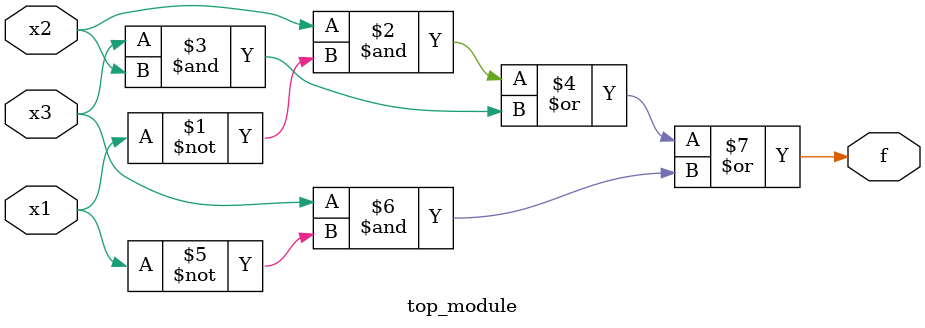
<source format=sv>
module top_module (
   input x3,
   input x2,
   input x1,
   output f
);

   assign f = (x2 & ~x1) | (x3 & x2) | (x3 & ~x1);
   
endmodule

</source>
